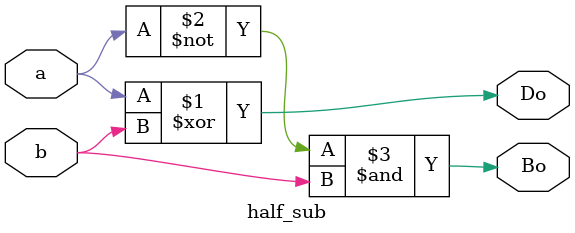
<source format=v>
`timescale 1ns / 1ps
module half_sub(
    input a,
    input b,
    output Do,
    output Bo
    );
	 assign Do=a^b;
	 assign Bo=~a&b;


endmodule

</source>
